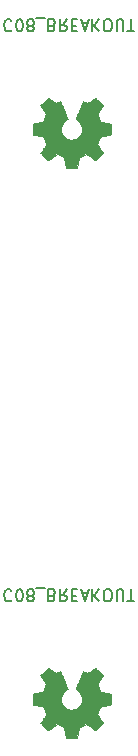
<source format=gbr>
G04 #@! TF.GenerationSoftware,KiCad,Pcbnew,5.1.5-52549c5~86~ubuntu18.04.1*
G04 #@! TF.CreationDate,2020-09-23T16:13:49-05:00*
G04 #@! TF.ProjectId,,58585858-5858-4585-9858-585858585858,rev?*
G04 #@! TF.SameCoordinates,Original*
G04 #@! TF.FileFunction,Legend,Bot*
G04 #@! TF.FilePolarity,Positive*
%FSLAX46Y46*%
G04 Gerber Fmt 4.6, Leading zero omitted, Abs format (unit mm)*
G04 Created by KiCad (PCBNEW 5.1.5-52549c5~86~ubuntu18.04.1) date 2020-09-23 16:13:49*
%MOMM*%
%LPD*%
G04 APERTURE LIST*
%ADD10C,0.150000*%
%ADD11C,0.010000*%
G04 APERTURE END LIST*
D10*
X101922866Y-98423457D02*
X101875247Y-98375838D01*
X101732390Y-98328219D01*
X101637152Y-98328219D01*
X101494295Y-98375838D01*
X101399057Y-98471076D01*
X101351438Y-98566314D01*
X101303819Y-98756790D01*
X101303819Y-98899647D01*
X101351438Y-99090123D01*
X101399057Y-99185361D01*
X101494295Y-99280600D01*
X101637152Y-99328219D01*
X101732390Y-99328219D01*
X101875247Y-99280600D01*
X101922866Y-99232980D01*
X102541914Y-99328219D02*
X102637152Y-99328219D01*
X102732390Y-99280600D01*
X102780009Y-99232980D01*
X102827628Y-99137742D01*
X102875247Y-98947266D01*
X102875247Y-98709171D01*
X102827628Y-98518695D01*
X102780009Y-98423457D01*
X102732390Y-98375838D01*
X102637152Y-98328219D01*
X102541914Y-98328219D01*
X102446676Y-98375838D01*
X102399057Y-98423457D01*
X102351438Y-98518695D01*
X102303819Y-98709171D01*
X102303819Y-98947266D01*
X102351438Y-99137742D01*
X102399057Y-99232980D01*
X102446676Y-99280600D01*
X102541914Y-99328219D01*
X103446676Y-98899647D02*
X103351438Y-98947266D01*
X103303819Y-98994885D01*
X103256200Y-99090123D01*
X103256200Y-99137742D01*
X103303819Y-99232980D01*
X103351438Y-99280600D01*
X103446676Y-99328219D01*
X103637152Y-99328219D01*
X103732390Y-99280600D01*
X103780009Y-99232980D01*
X103827628Y-99137742D01*
X103827628Y-99090123D01*
X103780009Y-98994885D01*
X103732390Y-98947266D01*
X103637152Y-98899647D01*
X103446676Y-98899647D01*
X103351438Y-98852028D01*
X103303819Y-98804409D01*
X103256200Y-98709171D01*
X103256200Y-98518695D01*
X103303819Y-98423457D01*
X103351438Y-98375838D01*
X103446676Y-98328219D01*
X103637152Y-98328219D01*
X103732390Y-98375838D01*
X103780009Y-98423457D01*
X103827628Y-98518695D01*
X103827628Y-98709171D01*
X103780009Y-98804409D01*
X103732390Y-98852028D01*
X103637152Y-98899647D01*
X104018104Y-98232980D02*
X104780009Y-98232980D01*
X105351438Y-98852028D02*
X105494295Y-98804409D01*
X105541914Y-98756790D01*
X105589533Y-98661552D01*
X105589533Y-98518695D01*
X105541914Y-98423457D01*
X105494295Y-98375838D01*
X105399057Y-98328219D01*
X105018104Y-98328219D01*
X105018104Y-99328219D01*
X105351438Y-99328219D01*
X105446676Y-99280600D01*
X105494295Y-99232980D01*
X105541914Y-99137742D01*
X105541914Y-99042504D01*
X105494295Y-98947266D01*
X105446676Y-98899647D01*
X105351438Y-98852028D01*
X105018104Y-98852028D01*
X106589533Y-98328219D02*
X106256200Y-98804409D01*
X106018104Y-98328219D02*
X106018104Y-99328219D01*
X106399057Y-99328219D01*
X106494295Y-99280600D01*
X106541914Y-99232980D01*
X106589533Y-99137742D01*
X106589533Y-98994885D01*
X106541914Y-98899647D01*
X106494295Y-98852028D01*
X106399057Y-98804409D01*
X106018104Y-98804409D01*
X107018104Y-98852028D02*
X107351438Y-98852028D01*
X107494295Y-98328219D02*
X107018104Y-98328219D01*
X107018104Y-99328219D01*
X107494295Y-99328219D01*
X107875247Y-98613933D02*
X108351438Y-98613933D01*
X107780009Y-98328219D02*
X108113342Y-99328219D01*
X108446676Y-98328219D01*
X108780009Y-98328219D02*
X108780009Y-99328219D01*
X109351438Y-98328219D02*
X108922866Y-98899647D01*
X109351438Y-99328219D02*
X108780009Y-98756790D01*
X109970485Y-99328219D02*
X110160961Y-99328219D01*
X110256200Y-99280600D01*
X110351438Y-99185361D01*
X110399057Y-98994885D01*
X110399057Y-98661552D01*
X110351438Y-98471076D01*
X110256200Y-98375838D01*
X110160961Y-98328219D01*
X109970485Y-98328219D01*
X109875247Y-98375838D01*
X109780009Y-98471076D01*
X109732390Y-98661552D01*
X109732390Y-98994885D01*
X109780009Y-99185361D01*
X109875247Y-99280600D01*
X109970485Y-99328219D01*
X110827628Y-99328219D02*
X110827628Y-98518695D01*
X110875247Y-98423457D01*
X110922866Y-98375838D01*
X111018104Y-98328219D01*
X111208580Y-98328219D01*
X111303819Y-98375838D01*
X111351438Y-98423457D01*
X111399057Y-98518695D01*
X111399057Y-99328219D01*
X111732390Y-99328219D02*
X112303819Y-99328219D01*
X112018104Y-98328219D02*
X112018104Y-99328219D01*
X101922866Y-50163457D02*
X101875247Y-50115838D01*
X101732390Y-50068219D01*
X101637152Y-50068219D01*
X101494295Y-50115838D01*
X101399057Y-50211076D01*
X101351438Y-50306314D01*
X101303819Y-50496790D01*
X101303819Y-50639647D01*
X101351438Y-50830123D01*
X101399057Y-50925361D01*
X101494295Y-51020600D01*
X101637152Y-51068219D01*
X101732390Y-51068219D01*
X101875247Y-51020600D01*
X101922866Y-50972980D01*
X102541914Y-51068219D02*
X102637152Y-51068219D01*
X102732390Y-51020600D01*
X102780009Y-50972980D01*
X102827628Y-50877742D01*
X102875247Y-50687266D01*
X102875247Y-50449171D01*
X102827628Y-50258695D01*
X102780009Y-50163457D01*
X102732390Y-50115838D01*
X102637152Y-50068219D01*
X102541914Y-50068219D01*
X102446676Y-50115838D01*
X102399057Y-50163457D01*
X102351438Y-50258695D01*
X102303819Y-50449171D01*
X102303819Y-50687266D01*
X102351438Y-50877742D01*
X102399057Y-50972980D01*
X102446676Y-51020600D01*
X102541914Y-51068219D01*
X103446676Y-50639647D02*
X103351438Y-50687266D01*
X103303819Y-50734885D01*
X103256200Y-50830123D01*
X103256200Y-50877742D01*
X103303819Y-50972980D01*
X103351438Y-51020600D01*
X103446676Y-51068219D01*
X103637152Y-51068219D01*
X103732390Y-51020600D01*
X103780009Y-50972980D01*
X103827628Y-50877742D01*
X103827628Y-50830123D01*
X103780009Y-50734885D01*
X103732390Y-50687266D01*
X103637152Y-50639647D01*
X103446676Y-50639647D01*
X103351438Y-50592028D01*
X103303819Y-50544409D01*
X103256200Y-50449171D01*
X103256200Y-50258695D01*
X103303819Y-50163457D01*
X103351438Y-50115838D01*
X103446676Y-50068219D01*
X103637152Y-50068219D01*
X103732390Y-50115838D01*
X103780009Y-50163457D01*
X103827628Y-50258695D01*
X103827628Y-50449171D01*
X103780009Y-50544409D01*
X103732390Y-50592028D01*
X103637152Y-50639647D01*
X104018104Y-49972980D02*
X104780009Y-49972980D01*
X105351438Y-50592028D02*
X105494295Y-50544409D01*
X105541914Y-50496790D01*
X105589533Y-50401552D01*
X105589533Y-50258695D01*
X105541914Y-50163457D01*
X105494295Y-50115838D01*
X105399057Y-50068219D01*
X105018104Y-50068219D01*
X105018104Y-51068219D01*
X105351438Y-51068219D01*
X105446676Y-51020600D01*
X105494295Y-50972980D01*
X105541914Y-50877742D01*
X105541914Y-50782504D01*
X105494295Y-50687266D01*
X105446676Y-50639647D01*
X105351438Y-50592028D01*
X105018104Y-50592028D01*
X106589533Y-50068219D02*
X106256200Y-50544409D01*
X106018104Y-50068219D02*
X106018104Y-51068219D01*
X106399057Y-51068219D01*
X106494295Y-51020600D01*
X106541914Y-50972980D01*
X106589533Y-50877742D01*
X106589533Y-50734885D01*
X106541914Y-50639647D01*
X106494295Y-50592028D01*
X106399057Y-50544409D01*
X106018104Y-50544409D01*
X107018104Y-50592028D02*
X107351438Y-50592028D01*
X107494295Y-50068219D02*
X107018104Y-50068219D01*
X107018104Y-51068219D01*
X107494295Y-51068219D01*
X107875247Y-50353933D02*
X108351438Y-50353933D01*
X107780009Y-50068219D02*
X108113342Y-51068219D01*
X108446676Y-50068219D01*
X108780009Y-50068219D02*
X108780009Y-51068219D01*
X109351438Y-50068219D02*
X108922866Y-50639647D01*
X109351438Y-51068219D02*
X108780009Y-50496790D01*
X109970485Y-51068219D02*
X110160961Y-51068219D01*
X110256200Y-51020600D01*
X110351438Y-50925361D01*
X110399057Y-50734885D01*
X110399057Y-50401552D01*
X110351438Y-50211076D01*
X110256200Y-50115838D01*
X110160961Y-50068219D01*
X109970485Y-50068219D01*
X109875247Y-50115838D01*
X109780009Y-50211076D01*
X109732390Y-50401552D01*
X109732390Y-50734885D01*
X109780009Y-50925361D01*
X109875247Y-51020600D01*
X109970485Y-51068219D01*
X110827628Y-51068219D02*
X110827628Y-50258695D01*
X110875247Y-50163457D01*
X110922866Y-50115838D01*
X111018104Y-50068219D01*
X111208580Y-50068219D01*
X111303819Y-50115838D01*
X111351438Y-50163457D01*
X111399057Y-50258695D01*
X111399057Y-51068219D01*
X111732390Y-51068219D02*
X112303819Y-51068219D01*
X112018104Y-50068219D02*
X112018104Y-51068219D01*
D11*
G36*
X107566014Y-110455669D02*
G01*
X107649835Y-110011045D01*
X107959120Y-109883547D01*
X108268406Y-109756049D01*
X108639446Y-110008354D01*
X108743357Y-110078604D01*
X108837287Y-110141328D01*
X108916852Y-110193662D01*
X108977670Y-110232743D01*
X109015357Y-110255707D01*
X109025621Y-110260658D01*
X109044110Y-110247924D01*
X109083620Y-110212718D01*
X109139722Y-110159538D01*
X109207987Y-110092882D01*
X109283986Y-110017246D01*
X109363292Y-109937128D01*
X109441475Y-109857026D01*
X109514107Y-109781436D01*
X109576759Y-109714855D01*
X109625003Y-109661782D01*
X109654410Y-109626713D01*
X109661441Y-109614977D01*
X109651323Y-109593340D01*
X109622959Y-109545938D01*
X109579329Y-109477407D01*
X109523418Y-109392385D01*
X109458206Y-109295507D01*
X109420419Y-109240250D01*
X109351543Y-109139352D01*
X109290340Y-109048301D01*
X109239778Y-108971630D01*
X109202828Y-108913872D01*
X109182458Y-108879557D01*
X109179397Y-108872346D01*
X109186336Y-108851852D01*
X109205251Y-108804087D01*
X109233287Y-108735768D01*
X109267591Y-108653611D01*
X109305309Y-108564330D01*
X109343587Y-108474642D01*
X109379570Y-108391262D01*
X109410406Y-108320906D01*
X109433239Y-108270290D01*
X109445217Y-108246129D01*
X109445924Y-108245178D01*
X109464731Y-108240564D01*
X109514818Y-108230272D01*
X109590993Y-108215313D01*
X109688065Y-108196699D01*
X109800843Y-108175441D01*
X109866642Y-108163182D01*
X109987150Y-108140238D01*
X110095997Y-108118405D01*
X110187676Y-108098878D01*
X110256681Y-108082852D01*
X110297504Y-108071521D01*
X110305711Y-108067926D01*
X110313748Y-108043594D01*
X110320233Y-107988641D01*
X110325170Y-107909492D01*
X110328564Y-107812574D01*
X110330418Y-107704313D01*
X110330738Y-107591135D01*
X110329527Y-107479465D01*
X110326790Y-107375732D01*
X110322531Y-107286359D01*
X110316755Y-107217774D01*
X110309467Y-107176403D01*
X110305095Y-107167790D01*
X110278964Y-107157467D01*
X110223593Y-107142708D01*
X110146307Y-107125248D01*
X110054430Y-107106820D01*
X110022358Y-107100859D01*
X109867724Y-107072534D01*
X109745575Y-107049724D01*
X109651873Y-107031520D01*
X109582584Y-107017017D01*
X109533671Y-107005308D01*
X109501097Y-106995485D01*
X109480828Y-106986644D01*
X109468826Y-106977876D01*
X109467147Y-106976143D01*
X109450384Y-106948229D01*
X109424814Y-106893905D01*
X109392988Y-106819823D01*
X109357460Y-106732635D01*
X109320783Y-106638992D01*
X109285511Y-106545548D01*
X109254196Y-106458953D01*
X109229393Y-106385860D01*
X109213654Y-106332922D01*
X109209532Y-106306789D01*
X109209876Y-106305874D01*
X109223841Y-106284514D01*
X109255522Y-106237516D01*
X109301591Y-106169773D01*
X109358718Y-106086177D01*
X109423573Y-105991618D01*
X109442043Y-105964746D01*
X109507899Y-105867325D01*
X109565850Y-105778437D01*
X109612738Y-105703188D01*
X109645407Y-105646680D01*
X109660700Y-105614019D01*
X109661441Y-105610007D01*
X109648592Y-105588916D01*
X109613088Y-105547136D01*
X109559493Y-105489155D01*
X109492371Y-105419465D01*
X109416287Y-105342555D01*
X109335804Y-105262917D01*
X109255487Y-105185039D01*
X109179899Y-105113414D01*
X109113605Y-105052530D01*
X109061169Y-105006879D01*
X109027155Y-104980950D01*
X109017745Y-104976717D01*
X108995843Y-104986688D01*
X108951000Y-105013580D01*
X108890521Y-105052864D01*
X108843989Y-105084483D01*
X108759675Y-105142502D01*
X108659826Y-105210816D01*
X108559673Y-105279021D01*
X108505827Y-105315525D01*
X108323571Y-105438800D01*
X108170581Y-105356080D01*
X108100882Y-105319841D01*
X108041614Y-105291674D01*
X108001511Y-105275609D01*
X107991303Y-105273374D01*
X107979029Y-105289878D01*
X107954813Y-105336518D01*
X107920463Y-105408991D01*
X107877788Y-105502994D01*
X107828594Y-105614226D01*
X107774690Y-105738385D01*
X107717884Y-105871168D01*
X107659982Y-106008273D01*
X107602793Y-106145398D01*
X107548124Y-106278242D01*
X107497784Y-106402502D01*
X107453580Y-106513875D01*
X107417319Y-106608061D01*
X107390809Y-106680756D01*
X107375858Y-106727659D01*
X107373454Y-106743767D01*
X107392511Y-106764314D01*
X107434236Y-106797667D01*
X107489906Y-106836898D01*
X107494578Y-106840001D01*
X107638464Y-106955177D01*
X107754483Y-107089547D01*
X107841630Y-107238816D01*
X107898899Y-107398687D01*
X107925286Y-107564863D01*
X107919785Y-107733048D01*
X107881390Y-107898945D01*
X107809095Y-108058258D01*
X107787826Y-108093113D01*
X107677196Y-108233863D01*
X107546502Y-108346886D01*
X107400264Y-108431597D01*
X107243008Y-108487406D01*
X107079257Y-108513726D01*
X106913533Y-108509970D01*
X106750362Y-108475550D01*
X106594265Y-108409877D01*
X106449767Y-108312365D01*
X106405069Y-108272787D01*
X106291312Y-108148897D01*
X106208418Y-108018476D01*
X106151556Y-107872285D01*
X106119887Y-107727512D01*
X106112069Y-107564740D01*
X106138138Y-107401160D01*
X106195445Y-107242302D01*
X106281344Y-107093694D01*
X106393186Y-106960865D01*
X106528323Y-106849344D01*
X106546083Y-106837589D01*
X106602350Y-106799092D01*
X106645123Y-106765737D01*
X106665572Y-106744440D01*
X106665869Y-106743767D01*
X106661479Y-106720729D01*
X106644076Y-106668443D01*
X106615468Y-106591210D01*
X106577465Y-106493332D01*
X106531874Y-106379109D01*
X106480503Y-106252842D01*
X106425162Y-106118833D01*
X106367658Y-105981382D01*
X106309801Y-105844792D01*
X106253398Y-105713363D01*
X106200258Y-105591395D01*
X106152190Y-105483191D01*
X106111001Y-105393051D01*
X106078501Y-105325277D01*
X106056497Y-105284170D01*
X106047636Y-105273374D01*
X106020560Y-105281781D01*
X105969897Y-105304328D01*
X105904383Y-105336987D01*
X105868359Y-105356080D01*
X105715368Y-105438800D01*
X105533112Y-105315525D01*
X105440075Y-105252372D01*
X105338215Y-105182873D01*
X105242762Y-105117435D01*
X105194950Y-105084483D01*
X105127705Y-105039327D01*
X105070764Y-105003543D01*
X105031554Y-104981662D01*
X105018819Y-104977037D01*
X105000283Y-104989515D01*
X104959259Y-105024348D01*
X104899725Y-105077922D01*
X104825658Y-105146617D01*
X104741035Y-105226819D01*
X104687515Y-105278314D01*
X104593881Y-105370314D01*
X104512959Y-105452601D01*
X104448023Y-105521655D01*
X104402342Y-105573956D01*
X104379189Y-105605984D01*
X104376968Y-105612484D01*
X104387276Y-105637206D01*
X104415761Y-105687195D01*
X104459263Y-105757388D01*
X104514623Y-105842725D01*
X104578680Y-105938144D01*
X104596897Y-105964746D01*
X104663273Y-106061433D01*
X104722822Y-106148483D01*
X104772216Y-106221005D01*
X104808125Y-106274107D01*
X104827219Y-106302897D01*
X104829064Y-106305874D01*
X104826305Y-106328818D01*
X104811662Y-106379264D01*
X104787687Y-106450559D01*
X104756934Y-106536053D01*
X104721956Y-106629093D01*
X104685307Y-106723026D01*
X104649539Y-106811201D01*
X104617206Y-106886966D01*
X104590862Y-106943669D01*
X104573058Y-106974657D01*
X104571793Y-106976143D01*
X104560906Y-106984999D01*
X104542518Y-106993757D01*
X104512594Y-107003323D01*
X104467097Y-107014604D01*
X104401991Y-107028507D01*
X104313239Y-107045937D01*
X104196807Y-107067802D01*
X104048658Y-107095009D01*
X104016582Y-107100859D01*
X103921514Y-107119226D01*
X103838635Y-107137195D01*
X103775270Y-107153031D01*
X103738742Y-107165000D01*
X103733844Y-107167790D01*
X103725773Y-107192528D01*
X103719213Y-107247810D01*
X103714167Y-107327211D01*
X103710641Y-107424304D01*
X103708639Y-107532662D01*
X103708164Y-107645860D01*
X103709223Y-107757472D01*
X103711818Y-107861071D01*
X103715954Y-107950232D01*
X103721637Y-108018528D01*
X103728869Y-108059534D01*
X103733229Y-108067926D01*
X103757502Y-108076392D01*
X103812774Y-108090165D01*
X103893538Y-108108050D01*
X103994288Y-108128852D01*
X104109517Y-108151377D01*
X104172298Y-108163182D01*
X104291413Y-108185449D01*
X104397635Y-108205621D01*
X104485773Y-108222685D01*
X104550634Y-108235631D01*
X104587026Y-108243445D01*
X104593016Y-108245178D01*
X104603139Y-108264710D01*
X104624538Y-108311757D01*
X104654361Y-108379597D01*
X104689755Y-108461509D01*
X104727868Y-108550772D01*
X104765847Y-108640665D01*
X104800840Y-108724465D01*
X104829994Y-108795453D01*
X104850457Y-108846906D01*
X104859377Y-108872103D01*
X104859543Y-108873204D01*
X104849431Y-108893081D01*
X104821083Y-108938823D01*
X104777477Y-109005883D01*
X104721594Y-109089716D01*
X104656413Y-109185774D01*
X104618521Y-109240950D01*
X104549475Y-109342119D01*
X104488150Y-109433970D01*
X104437537Y-109511856D01*
X104400629Y-109571131D01*
X104380418Y-109607149D01*
X104377499Y-109615223D01*
X104390047Y-109634016D01*
X104424737Y-109674143D01*
X104477137Y-109731107D01*
X104542816Y-109800415D01*
X104617344Y-109877569D01*
X104696287Y-109958075D01*
X104775217Y-110037437D01*
X104849700Y-110111160D01*
X104915306Y-110174748D01*
X104967604Y-110223706D01*
X105002161Y-110253539D01*
X105013722Y-110260658D01*
X105032546Y-110250647D01*
X105077569Y-110222522D01*
X105144413Y-110179146D01*
X105228701Y-110123382D01*
X105326056Y-110058094D01*
X105399493Y-110008354D01*
X105770533Y-109756049D01*
X106389105Y-110011045D01*
X106472925Y-110455669D01*
X106556746Y-110900293D01*
X107482194Y-110900293D01*
X107566014Y-110455669D01*
G37*
X107566014Y-110455669D02*
X107649835Y-110011045D01*
X107959120Y-109883547D01*
X108268406Y-109756049D01*
X108639446Y-110008354D01*
X108743357Y-110078604D01*
X108837287Y-110141328D01*
X108916852Y-110193662D01*
X108977670Y-110232743D01*
X109015357Y-110255707D01*
X109025621Y-110260658D01*
X109044110Y-110247924D01*
X109083620Y-110212718D01*
X109139722Y-110159538D01*
X109207987Y-110092882D01*
X109283986Y-110017246D01*
X109363292Y-109937128D01*
X109441475Y-109857026D01*
X109514107Y-109781436D01*
X109576759Y-109714855D01*
X109625003Y-109661782D01*
X109654410Y-109626713D01*
X109661441Y-109614977D01*
X109651323Y-109593340D01*
X109622959Y-109545938D01*
X109579329Y-109477407D01*
X109523418Y-109392385D01*
X109458206Y-109295507D01*
X109420419Y-109240250D01*
X109351543Y-109139352D01*
X109290340Y-109048301D01*
X109239778Y-108971630D01*
X109202828Y-108913872D01*
X109182458Y-108879557D01*
X109179397Y-108872346D01*
X109186336Y-108851852D01*
X109205251Y-108804087D01*
X109233287Y-108735768D01*
X109267591Y-108653611D01*
X109305309Y-108564330D01*
X109343587Y-108474642D01*
X109379570Y-108391262D01*
X109410406Y-108320906D01*
X109433239Y-108270290D01*
X109445217Y-108246129D01*
X109445924Y-108245178D01*
X109464731Y-108240564D01*
X109514818Y-108230272D01*
X109590993Y-108215313D01*
X109688065Y-108196699D01*
X109800843Y-108175441D01*
X109866642Y-108163182D01*
X109987150Y-108140238D01*
X110095997Y-108118405D01*
X110187676Y-108098878D01*
X110256681Y-108082852D01*
X110297504Y-108071521D01*
X110305711Y-108067926D01*
X110313748Y-108043594D01*
X110320233Y-107988641D01*
X110325170Y-107909492D01*
X110328564Y-107812574D01*
X110330418Y-107704313D01*
X110330738Y-107591135D01*
X110329527Y-107479465D01*
X110326790Y-107375732D01*
X110322531Y-107286359D01*
X110316755Y-107217774D01*
X110309467Y-107176403D01*
X110305095Y-107167790D01*
X110278964Y-107157467D01*
X110223593Y-107142708D01*
X110146307Y-107125248D01*
X110054430Y-107106820D01*
X110022358Y-107100859D01*
X109867724Y-107072534D01*
X109745575Y-107049724D01*
X109651873Y-107031520D01*
X109582584Y-107017017D01*
X109533671Y-107005308D01*
X109501097Y-106995485D01*
X109480828Y-106986644D01*
X109468826Y-106977876D01*
X109467147Y-106976143D01*
X109450384Y-106948229D01*
X109424814Y-106893905D01*
X109392988Y-106819823D01*
X109357460Y-106732635D01*
X109320783Y-106638992D01*
X109285511Y-106545548D01*
X109254196Y-106458953D01*
X109229393Y-106385860D01*
X109213654Y-106332922D01*
X109209532Y-106306789D01*
X109209876Y-106305874D01*
X109223841Y-106284514D01*
X109255522Y-106237516D01*
X109301591Y-106169773D01*
X109358718Y-106086177D01*
X109423573Y-105991618D01*
X109442043Y-105964746D01*
X109507899Y-105867325D01*
X109565850Y-105778437D01*
X109612738Y-105703188D01*
X109645407Y-105646680D01*
X109660700Y-105614019D01*
X109661441Y-105610007D01*
X109648592Y-105588916D01*
X109613088Y-105547136D01*
X109559493Y-105489155D01*
X109492371Y-105419465D01*
X109416287Y-105342555D01*
X109335804Y-105262917D01*
X109255487Y-105185039D01*
X109179899Y-105113414D01*
X109113605Y-105052530D01*
X109061169Y-105006879D01*
X109027155Y-104980950D01*
X109017745Y-104976717D01*
X108995843Y-104986688D01*
X108951000Y-105013580D01*
X108890521Y-105052864D01*
X108843989Y-105084483D01*
X108759675Y-105142502D01*
X108659826Y-105210816D01*
X108559673Y-105279021D01*
X108505827Y-105315525D01*
X108323571Y-105438800D01*
X108170581Y-105356080D01*
X108100882Y-105319841D01*
X108041614Y-105291674D01*
X108001511Y-105275609D01*
X107991303Y-105273374D01*
X107979029Y-105289878D01*
X107954813Y-105336518D01*
X107920463Y-105408991D01*
X107877788Y-105502994D01*
X107828594Y-105614226D01*
X107774690Y-105738385D01*
X107717884Y-105871168D01*
X107659982Y-106008273D01*
X107602793Y-106145398D01*
X107548124Y-106278242D01*
X107497784Y-106402502D01*
X107453580Y-106513875D01*
X107417319Y-106608061D01*
X107390809Y-106680756D01*
X107375858Y-106727659D01*
X107373454Y-106743767D01*
X107392511Y-106764314D01*
X107434236Y-106797667D01*
X107489906Y-106836898D01*
X107494578Y-106840001D01*
X107638464Y-106955177D01*
X107754483Y-107089547D01*
X107841630Y-107238816D01*
X107898899Y-107398687D01*
X107925286Y-107564863D01*
X107919785Y-107733048D01*
X107881390Y-107898945D01*
X107809095Y-108058258D01*
X107787826Y-108093113D01*
X107677196Y-108233863D01*
X107546502Y-108346886D01*
X107400264Y-108431597D01*
X107243008Y-108487406D01*
X107079257Y-108513726D01*
X106913533Y-108509970D01*
X106750362Y-108475550D01*
X106594265Y-108409877D01*
X106449767Y-108312365D01*
X106405069Y-108272787D01*
X106291312Y-108148897D01*
X106208418Y-108018476D01*
X106151556Y-107872285D01*
X106119887Y-107727512D01*
X106112069Y-107564740D01*
X106138138Y-107401160D01*
X106195445Y-107242302D01*
X106281344Y-107093694D01*
X106393186Y-106960865D01*
X106528323Y-106849344D01*
X106546083Y-106837589D01*
X106602350Y-106799092D01*
X106645123Y-106765737D01*
X106665572Y-106744440D01*
X106665869Y-106743767D01*
X106661479Y-106720729D01*
X106644076Y-106668443D01*
X106615468Y-106591210D01*
X106577465Y-106493332D01*
X106531874Y-106379109D01*
X106480503Y-106252842D01*
X106425162Y-106118833D01*
X106367658Y-105981382D01*
X106309801Y-105844792D01*
X106253398Y-105713363D01*
X106200258Y-105591395D01*
X106152190Y-105483191D01*
X106111001Y-105393051D01*
X106078501Y-105325277D01*
X106056497Y-105284170D01*
X106047636Y-105273374D01*
X106020560Y-105281781D01*
X105969897Y-105304328D01*
X105904383Y-105336987D01*
X105868359Y-105356080D01*
X105715368Y-105438800D01*
X105533112Y-105315525D01*
X105440075Y-105252372D01*
X105338215Y-105182873D01*
X105242762Y-105117435D01*
X105194950Y-105084483D01*
X105127705Y-105039327D01*
X105070764Y-105003543D01*
X105031554Y-104981662D01*
X105018819Y-104977037D01*
X105000283Y-104989515D01*
X104959259Y-105024348D01*
X104899725Y-105077922D01*
X104825658Y-105146617D01*
X104741035Y-105226819D01*
X104687515Y-105278314D01*
X104593881Y-105370314D01*
X104512959Y-105452601D01*
X104448023Y-105521655D01*
X104402342Y-105573956D01*
X104379189Y-105605984D01*
X104376968Y-105612484D01*
X104387276Y-105637206D01*
X104415761Y-105687195D01*
X104459263Y-105757388D01*
X104514623Y-105842725D01*
X104578680Y-105938144D01*
X104596897Y-105964746D01*
X104663273Y-106061433D01*
X104722822Y-106148483D01*
X104772216Y-106221005D01*
X104808125Y-106274107D01*
X104827219Y-106302897D01*
X104829064Y-106305874D01*
X104826305Y-106328818D01*
X104811662Y-106379264D01*
X104787687Y-106450559D01*
X104756934Y-106536053D01*
X104721956Y-106629093D01*
X104685307Y-106723026D01*
X104649539Y-106811201D01*
X104617206Y-106886966D01*
X104590862Y-106943669D01*
X104573058Y-106974657D01*
X104571793Y-106976143D01*
X104560906Y-106984999D01*
X104542518Y-106993757D01*
X104512594Y-107003323D01*
X104467097Y-107014604D01*
X104401991Y-107028507D01*
X104313239Y-107045937D01*
X104196807Y-107067802D01*
X104048658Y-107095009D01*
X104016582Y-107100859D01*
X103921514Y-107119226D01*
X103838635Y-107137195D01*
X103775270Y-107153031D01*
X103738742Y-107165000D01*
X103733844Y-107167790D01*
X103725773Y-107192528D01*
X103719213Y-107247810D01*
X103714167Y-107327211D01*
X103710641Y-107424304D01*
X103708639Y-107532662D01*
X103708164Y-107645860D01*
X103709223Y-107757472D01*
X103711818Y-107861071D01*
X103715954Y-107950232D01*
X103721637Y-108018528D01*
X103728869Y-108059534D01*
X103733229Y-108067926D01*
X103757502Y-108076392D01*
X103812774Y-108090165D01*
X103893538Y-108108050D01*
X103994288Y-108128852D01*
X104109517Y-108151377D01*
X104172298Y-108163182D01*
X104291413Y-108185449D01*
X104397635Y-108205621D01*
X104485773Y-108222685D01*
X104550634Y-108235631D01*
X104587026Y-108243445D01*
X104593016Y-108245178D01*
X104603139Y-108264710D01*
X104624538Y-108311757D01*
X104654361Y-108379597D01*
X104689755Y-108461509D01*
X104727868Y-108550772D01*
X104765847Y-108640665D01*
X104800840Y-108724465D01*
X104829994Y-108795453D01*
X104850457Y-108846906D01*
X104859377Y-108872103D01*
X104859543Y-108873204D01*
X104849431Y-108893081D01*
X104821083Y-108938823D01*
X104777477Y-109005883D01*
X104721594Y-109089716D01*
X104656413Y-109185774D01*
X104618521Y-109240950D01*
X104549475Y-109342119D01*
X104488150Y-109433970D01*
X104437537Y-109511856D01*
X104400629Y-109571131D01*
X104380418Y-109607149D01*
X104377499Y-109615223D01*
X104390047Y-109634016D01*
X104424737Y-109674143D01*
X104477137Y-109731107D01*
X104542816Y-109800415D01*
X104617344Y-109877569D01*
X104696287Y-109958075D01*
X104775217Y-110037437D01*
X104849700Y-110111160D01*
X104915306Y-110174748D01*
X104967604Y-110223706D01*
X105002161Y-110253539D01*
X105013722Y-110260658D01*
X105032546Y-110250647D01*
X105077569Y-110222522D01*
X105144413Y-110179146D01*
X105228701Y-110123382D01*
X105326056Y-110058094D01*
X105399493Y-110008354D01*
X105770533Y-109756049D01*
X106389105Y-110011045D01*
X106472925Y-110455669D01*
X106556746Y-110900293D01*
X107482194Y-110900293D01*
X107566014Y-110455669D01*
G36*
X107566014Y-62195669D02*
G01*
X107649835Y-61751045D01*
X107959120Y-61623547D01*
X108268406Y-61496049D01*
X108639446Y-61748354D01*
X108743357Y-61818604D01*
X108837287Y-61881328D01*
X108916852Y-61933662D01*
X108977670Y-61972743D01*
X109015357Y-61995707D01*
X109025621Y-62000658D01*
X109044110Y-61987924D01*
X109083620Y-61952718D01*
X109139722Y-61899538D01*
X109207987Y-61832882D01*
X109283986Y-61757246D01*
X109363292Y-61677128D01*
X109441475Y-61597026D01*
X109514107Y-61521436D01*
X109576759Y-61454855D01*
X109625003Y-61401782D01*
X109654410Y-61366713D01*
X109661441Y-61354977D01*
X109651323Y-61333340D01*
X109622959Y-61285938D01*
X109579329Y-61217407D01*
X109523418Y-61132385D01*
X109458206Y-61035507D01*
X109420419Y-60980250D01*
X109351543Y-60879352D01*
X109290340Y-60788301D01*
X109239778Y-60711630D01*
X109202828Y-60653872D01*
X109182458Y-60619557D01*
X109179397Y-60612346D01*
X109186336Y-60591852D01*
X109205251Y-60544087D01*
X109233287Y-60475768D01*
X109267591Y-60393611D01*
X109305309Y-60304330D01*
X109343587Y-60214642D01*
X109379570Y-60131262D01*
X109410406Y-60060906D01*
X109433239Y-60010290D01*
X109445217Y-59986129D01*
X109445924Y-59985178D01*
X109464731Y-59980564D01*
X109514818Y-59970272D01*
X109590993Y-59955313D01*
X109688065Y-59936699D01*
X109800843Y-59915441D01*
X109866642Y-59903182D01*
X109987150Y-59880238D01*
X110095997Y-59858405D01*
X110187676Y-59838878D01*
X110256681Y-59822852D01*
X110297504Y-59811521D01*
X110305711Y-59807926D01*
X110313748Y-59783594D01*
X110320233Y-59728641D01*
X110325170Y-59649492D01*
X110328564Y-59552574D01*
X110330418Y-59444313D01*
X110330738Y-59331135D01*
X110329527Y-59219465D01*
X110326790Y-59115732D01*
X110322531Y-59026359D01*
X110316755Y-58957774D01*
X110309467Y-58916403D01*
X110305095Y-58907790D01*
X110278964Y-58897467D01*
X110223593Y-58882708D01*
X110146307Y-58865248D01*
X110054430Y-58846820D01*
X110022358Y-58840859D01*
X109867724Y-58812534D01*
X109745575Y-58789724D01*
X109651873Y-58771520D01*
X109582584Y-58757017D01*
X109533671Y-58745308D01*
X109501097Y-58735485D01*
X109480828Y-58726644D01*
X109468826Y-58717876D01*
X109467147Y-58716143D01*
X109450384Y-58688229D01*
X109424814Y-58633905D01*
X109392988Y-58559823D01*
X109357460Y-58472635D01*
X109320783Y-58378992D01*
X109285511Y-58285548D01*
X109254196Y-58198953D01*
X109229393Y-58125860D01*
X109213654Y-58072922D01*
X109209532Y-58046789D01*
X109209876Y-58045874D01*
X109223841Y-58024514D01*
X109255522Y-57977516D01*
X109301591Y-57909773D01*
X109358718Y-57826177D01*
X109423573Y-57731618D01*
X109442043Y-57704746D01*
X109507899Y-57607325D01*
X109565850Y-57518437D01*
X109612738Y-57443188D01*
X109645407Y-57386680D01*
X109660700Y-57354019D01*
X109661441Y-57350007D01*
X109648592Y-57328916D01*
X109613088Y-57287136D01*
X109559493Y-57229155D01*
X109492371Y-57159465D01*
X109416287Y-57082555D01*
X109335804Y-57002917D01*
X109255487Y-56925039D01*
X109179899Y-56853414D01*
X109113605Y-56792530D01*
X109061169Y-56746879D01*
X109027155Y-56720950D01*
X109017745Y-56716717D01*
X108995843Y-56726688D01*
X108951000Y-56753580D01*
X108890521Y-56792864D01*
X108843989Y-56824483D01*
X108759675Y-56882502D01*
X108659826Y-56950816D01*
X108559673Y-57019021D01*
X108505827Y-57055525D01*
X108323571Y-57178800D01*
X108170581Y-57096080D01*
X108100882Y-57059841D01*
X108041614Y-57031674D01*
X108001511Y-57015609D01*
X107991303Y-57013374D01*
X107979029Y-57029878D01*
X107954813Y-57076518D01*
X107920463Y-57148991D01*
X107877788Y-57242994D01*
X107828594Y-57354226D01*
X107774690Y-57478385D01*
X107717884Y-57611168D01*
X107659982Y-57748273D01*
X107602793Y-57885398D01*
X107548124Y-58018242D01*
X107497784Y-58142502D01*
X107453580Y-58253875D01*
X107417319Y-58348061D01*
X107390809Y-58420756D01*
X107375858Y-58467659D01*
X107373454Y-58483767D01*
X107392511Y-58504314D01*
X107434236Y-58537667D01*
X107489906Y-58576898D01*
X107494578Y-58580001D01*
X107638464Y-58695177D01*
X107754483Y-58829547D01*
X107841630Y-58978816D01*
X107898899Y-59138687D01*
X107925286Y-59304863D01*
X107919785Y-59473048D01*
X107881390Y-59638945D01*
X107809095Y-59798258D01*
X107787826Y-59833113D01*
X107677196Y-59973863D01*
X107546502Y-60086886D01*
X107400264Y-60171597D01*
X107243008Y-60227406D01*
X107079257Y-60253726D01*
X106913533Y-60249970D01*
X106750362Y-60215550D01*
X106594265Y-60149877D01*
X106449767Y-60052365D01*
X106405069Y-60012787D01*
X106291312Y-59888897D01*
X106208418Y-59758476D01*
X106151556Y-59612285D01*
X106119887Y-59467512D01*
X106112069Y-59304740D01*
X106138138Y-59141160D01*
X106195445Y-58982302D01*
X106281344Y-58833694D01*
X106393186Y-58700865D01*
X106528323Y-58589344D01*
X106546083Y-58577589D01*
X106602350Y-58539092D01*
X106645123Y-58505737D01*
X106665572Y-58484440D01*
X106665869Y-58483767D01*
X106661479Y-58460729D01*
X106644076Y-58408443D01*
X106615468Y-58331210D01*
X106577465Y-58233332D01*
X106531874Y-58119109D01*
X106480503Y-57992842D01*
X106425162Y-57858833D01*
X106367658Y-57721382D01*
X106309801Y-57584792D01*
X106253398Y-57453363D01*
X106200258Y-57331395D01*
X106152190Y-57223191D01*
X106111001Y-57133051D01*
X106078501Y-57065277D01*
X106056497Y-57024170D01*
X106047636Y-57013374D01*
X106020560Y-57021781D01*
X105969897Y-57044328D01*
X105904383Y-57076987D01*
X105868359Y-57096080D01*
X105715368Y-57178800D01*
X105533112Y-57055525D01*
X105440075Y-56992372D01*
X105338215Y-56922873D01*
X105242762Y-56857435D01*
X105194950Y-56824483D01*
X105127705Y-56779327D01*
X105070764Y-56743543D01*
X105031554Y-56721662D01*
X105018819Y-56717037D01*
X105000283Y-56729515D01*
X104959259Y-56764348D01*
X104899725Y-56817922D01*
X104825658Y-56886617D01*
X104741035Y-56966819D01*
X104687515Y-57018314D01*
X104593881Y-57110314D01*
X104512959Y-57192601D01*
X104448023Y-57261655D01*
X104402342Y-57313956D01*
X104379189Y-57345984D01*
X104376968Y-57352484D01*
X104387276Y-57377206D01*
X104415761Y-57427195D01*
X104459263Y-57497388D01*
X104514623Y-57582725D01*
X104578680Y-57678144D01*
X104596897Y-57704746D01*
X104663273Y-57801433D01*
X104722822Y-57888483D01*
X104772216Y-57961005D01*
X104808125Y-58014107D01*
X104827219Y-58042897D01*
X104829064Y-58045874D01*
X104826305Y-58068818D01*
X104811662Y-58119264D01*
X104787687Y-58190559D01*
X104756934Y-58276053D01*
X104721956Y-58369093D01*
X104685307Y-58463026D01*
X104649539Y-58551201D01*
X104617206Y-58626966D01*
X104590862Y-58683669D01*
X104573058Y-58714657D01*
X104571793Y-58716143D01*
X104560906Y-58724999D01*
X104542518Y-58733757D01*
X104512594Y-58743323D01*
X104467097Y-58754604D01*
X104401991Y-58768507D01*
X104313239Y-58785937D01*
X104196807Y-58807802D01*
X104048658Y-58835009D01*
X104016582Y-58840859D01*
X103921514Y-58859226D01*
X103838635Y-58877195D01*
X103775270Y-58893031D01*
X103738742Y-58905000D01*
X103733844Y-58907790D01*
X103725773Y-58932528D01*
X103719213Y-58987810D01*
X103714167Y-59067211D01*
X103710641Y-59164304D01*
X103708639Y-59272662D01*
X103708164Y-59385860D01*
X103709223Y-59497472D01*
X103711818Y-59601071D01*
X103715954Y-59690232D01*
X103721637Y-59758528D01*
X103728869Y-59799534D01*
X103733229Y-59807926D01*
X103757502Y-59816392D01*
X103812774Y-59830165D01*
X103893538Y-59848050D01*
X103994288Y-59868852D01*
X104109517Y-59891377D01*
X104172298Y-59903182D01*
X104291413Y-59925449D01*
X104397635Y-59945621D01*
X104485773Y-59962685D01*
X104550634Y-59975631D01*
X104587026Y-59983445D01*
X104593016Y-59985178D01*
X104603139Y-60004710D01*
X104624538Y-60051757D01*
X104654361Y-60119597D01*
X104689755Y-60201509D01*
X104727868Y-60290772D01*
X104765847Y-60380665D01*
X104800840Y-60464465D01*
X104829994Y-60535453D01*
X104850457Y-60586906D01*
X104859377Y-60612103D01*
X104859543Y-60613204D01*
X104849431Y-60633081D01*
X104821083Y-60678823D01*
X104777477Y-60745883D01*
X104721594Y-60829716D01*
X104656413Y-60925774D01*
X104618521Y-60980950D01*
X104549475Y-61082119D01*
X104488150Y-61173970D01*
X104437537Y-61251856D01*
X104400629Y-61311131D01*
X104380418Y-61347149D01*
X104377499Y-61355223D01*
X104390047Y-61374016D01*
X104424737Y-61414143D01*
X104477137Y-61471107D01*
X104542816Y-61540415D01*
X104617344Y-61617569D01*
X104696287Y-61698075D01*
X104775217Y-61777437D01*
X104849700Y-61851160D01*
X104915306Y-61914748D01*
X104967604Y-61963706D01*
X105002161Y-61993539D01*
X105013722Y-62000658D01*
X105032546Y-61990647D01*
X105077569Y-61962522D01*
X105144413Y-61919146D01*
X105228701Y-61863382D01*
X105326056Y-61798094D01*
X105399493Y-61748354D01*
X105770533Y-61496049D01*
X106389105Y-61751045D01*
X106472925Y-62195669D01*
X106556746Y-62640293D01*
X107482194Y-62640293D01*
X107566014Y-62195669D01*
G37*
X107566014Y-62195669D02*
X107649835Y-61751045D01*
X107959120Y-61623547D01*
X108268406Y-61496049D01*
X108639446Y-61748354D01*
X108743357Y-61818604D01*
X108837287Y-61881328D01*
X108916852Y-61933662D01*
X108977670Y-61972743D01*
X109015357Y-61995707D01*
X109025621Y-62000658D01*
X109044110Y-61987924D01*
X109083620Y-61952718D01*
X109139722Y-61899538D01*
X109207987Y-61832882D01*
X109283986Y-61757246D01*
X109363292Y-61677128D01*
X109441475Y-61597026D01*
X109514107Y-61521436D01*
X109576759Y-61454855D01*
X109625003Y-61401782D01*
X109654410Y-61366713D01*
X109661441Y-61354977D01*
X109651323Y-61333340D01*
X109622959Y-61285938D01*
X109579329Y-61217407D01*
X109523418Y-61132385D01*
X109458206Y-61035507D01*
X109420419Y-60980250D01*
X109351543Y-60879352D01*
X109290340Y-60788301D01*
X109239778Y-60711630D01*
X109202828Y-60653872D01*
X109182458Y-60619557D01*
X109179397Y-60612346D01*
X109186336Y-60591852D01*
X109205251Y-60544087D01*
X109233287Y-60475768D01*
X109267591Y-60393611D01*
X109305309Y-60304330D01*
X109343587Y-60214642D01*
X109379570Y-60131262D01*
X109410406Y-60060906D01*
X109433239Y-60010290D01*
X109445217Y-59986129D01*
X109445924Y-59985178D01*
X109464731Y-59980564D01*
X109514818Y-59970272D01*
X109590993Y-59955313D01*
X109688065Y-59936699D01*
X109800843Y-59915441D01*
X109866642Y-59903182D01*
X109987150Y-59880238D01*
X110095997Y-59858405D01*
X110187676Y-59838878D01*
X110256681Y-59822852D01*
X110297504Y-59811521D01*
X110305711Y-59807926D01*
X110313748Y-59783594D01*
X110320233Y-59728641D01*
X110325170Y-59649492D01*
X110328564Y-59552574D01*
X110330418Y-59444313D01*
X110330738Y-59331135D01*
X110329527Y-59219465D01*
X110326790Y-59115732D01*
X110322531Y-59026359D01*
X110316755Y-58957774D01*
X110309467Y-58916403D01*
X110305095Y-58907790D01*
X110278964Y-58897467D01*
X110223593Y-58882708D01*
X110146307Y-58865248D01*
X110054430Y-58846820D01*
X110022358Y-58840859D01*
X109867724Y-58812534D01*
X109745575Y-58789724D01*
X109651873Y-58771520D01*
X109582584Y-58757017D01*
X109533671Y-58745308D01*
X109501097Y-58735485D01*
X109480828Y-58726644D01*
X109468826Y-58717876D01*
X109467147Y-58716143D01*
X109450384Y-58688229D01*
X109424814Y-58633905D01*
X109392988Y-58559823D01*
X109357460Y-58472635D01*
X109320783Y-58378992D01*
X109285511Y-58285548D01*
X109254196Y-58198953D01*
X109229393Y-58125860D01*
X109213654Y-58072922D01*
X109209532Y-58046789D01*
X109209876Y-58045874D01*
X109223841Y-58024514D01*
X109255522Y-57977516D01*
X109301591Y-57909773D01*
X109358718Y-57826177D01*
X109423573Y-57731618D01*
X109442043Y-57704746D01*
X109507899Y-57607325D01*
X109565850Y-57518437D01*
X109612738Y-57443188D01*
X109645407Y-57386680D01*
X109660700Y-57354019D01*
X109661441Y-57350007D01*
X109648592Y-57328916D01*
X109613088Y-57287136D01*
X109559493Y-57229155D01*
X109492371Y-57159465D01*
X109416287Y-57082555D01*
X109335804Y-57002917D01*
X109255487Y-56925039D01*
X109179899Y-56853414D01*
X109113605Y-56792530D01*
X109061169Y-56746879D01*
X109027155Y-56720950D01*
X109017745Y-56716717D01*
X108995843Y-56726688D01*
X108951000Y-56753580D01*
X108890521Y-56792864D01*
X108843989Y-56824483D01*
X108759675Y-56882502D01*
X108659826Y-56950816D01*
X108559673Y-57019021D01*
X108505827Y-57055525D01*
X108323571Y-57178800D01*
X108170581Y-57096080D01*
X108100882Y-57059841D01*
X108041614Y-57031674D01*
X108001511Y-57015609D01*
X107991303Y-57013374D01*
X107979029Y-57029878D01*
X107954813Y-57076518D01*
X107920463Y-57148991D01*
X107877788Y-57242994D01*
X107828594Y-57354226D01*
X107774690Y-57478385D01*
X107717884Y-57611168D01*
X107659982Y-57748273D01*
X107602793Y-57885398D01*
X107548124Y-58018242D01*
X107497784Y-58142502D01*
X107453580Y-58253875D01*
X107417319Y-58348061D01*
X107390809Y-58420756D01*
X107375858Y-58467659D01*
X107373454Y-58483767D01*
X107392511Y-58504314D01*
X107434236Y-58537667D01*
X107489906Y-58576898D01*
X107494578Y-58580001D01*
X107638464Y-58695177D01*
X107754483Y-58829547D01*
X107841630Y-58978816D01*
X107898899Y-59138687D01*
X107925286Y-59304863D01*
X107919785Y-59473048D01*
X107881390Y-59638945D01*
X107809095Y-59798258D01*
X107787826Y-59833113D01*
X107677196Y-59973863D01*
X107546502Y-60086886D01*
X107400264Y-60171597D01*
X107243008Y-60227406D01*
X107079257Y-60253726D01*
X106913533Y-60249970D01*
X106750362Y-60215550D01*
X106594265Y-60149877D01*
X106449767Y-60052365D01*
X106405069Y-60012787D01*
X106291312Y-59888897D01*
X106208418Y-59758476D01*
X106151556Y-59612285D01*
X106119887Y-59467512D01*
X106112069Y-59304740D01*
X106138138Y-59141160D01*
X106195445Y-58982302D01*
X106281344Y-58833694D01*
X106393186Y-58700865D01*
X106528323Y-58589344D01*
X106546083Y-58577589D01*
X106602350Y-58539092D01*
X106645123Y-58505737D01*
X106665572Y-58484440D01*
X106665869Y-58483767D01*
X106661479Y-58460729D01*
X106644076Y-58408443D01*
X106615468Y-58331210D01*
X106577465Y-58233332D01*
X106531874Y-58119109D01*
X106480503Y-57992842D01*
X106425162Y-57858833D01*
X106367658Y-57721382D01*
X106309801Y-57584792D01*
X106253398Y-57453363D01*
X106200258Y-57331395D01*
X106152190Y-57223191D01*
X106111001Y-57133051D01*
X106078501Y-57065277D01*
X106056497Y-57024170D01*
X106047636Y-57013374D01*
X106020560Y-57021781D01*
X105969897Y-57044328D01*
X105904383Y-57076987D01*
X105868359Y-57096080D01*
X105715368Y-57178800D01*
X105533112Y-57055525D01*
X105440075Y-56992372D01*
X105338215Y-56922873D01*
X105242762Y-56857435D01*
X105194950Y-56824483D01*
X105127705Y-56779327D01*
X105070764Y-56743543D01*
X105031554Y-56721662D01*
X105018819Y-56717037D01*
X105000283Y-56729515D01*
X104959259Y-56764348D01*
X104899725Y-56817922D01*
X104825658Y-56886617D01*
X104741035Y-56966819D01*
X104687515Y-57018314D01*
X104593881Y-57110314D01*
X104512959Y-57192601D01*
X104448023Y-57261655D01*
X104402342Y-57313956D01*
X104379189Y-57345984D01*
X104376968Y-57352484D01*
X104387276Y-57377206D01*
X104415761Y-57427195D01*
X104459263Y-57497388D01*
X104514623Y-57582725D01*
X104578680Y-57678144D01*
X104596897Y-57704746D01*
X104663273Y-57801433D01*
X104722822Y-57888483D01*
X104772216Y-57961005D01*
X104808125Y-58014107D01*
X104827219Y-58042897D01*
X104829064Y-58045874D01*
X104826305Y-58068818D01*
X104811662Y-58119264D01*
X104787687Y-58190559D01*
X104756934Y-58276053D01*
X104721956Y-58369093D01*
X104685307Y-58463026D01*
X104649539Y-58551201D01*
X104617206Y-58626966D01*
X104590862Y-58683669D01*
X104573058Y-58714657D01*
X104571793Y-58716143D01*
X104560906Y-58724999D01*
X104542518Y-58733757D01*
X104512594Y-58743323D01*
X104467097Y-58754604D01*
X104401991Y-58768507D01*
X104313239Y-58785937D01*
X104196807Y-58807802D01*
X104048658Y-58835009D01*
X104016582Y-58840859D01*
X103921514Y-58859226D01*
X103838635Y-58877195D01*
X103775270Y-58893031D01*
X103738742Y-58905000D01*
X103733844Y-58907790D01*
X103725773Y-58932528D01*
X103719213Y-58987810D01*
X103714167Y-59067211D01*
X103710641Y-59164304D01*
X103708639Y-59272662D01*
X103708164Y-59385860D01*
X103709223Y-59497472D01*
X103711818Y-59601071D01*
X103715954Y-59690232D01*
X103721637Y-59758528D01*
X103728869Y-59799534D01*
X103733229Y-59807926D01*
X103757502Y-59816392D01*
X103812774Y-59830165D01*
X103893538Y-59848050D01*
X103994288Y-59868852D01*
X104109517Y-59891377D01*
X104172298Y-59903182D01*
X104291413Y-59925449D01*
X104397635Y-59945621D01*
X104485773Y-59962685D01*
X104550634Y-59975631D01*
X104587026Y-59983445D01*
X104593016Y-59985178D01*
X104603139Y-60004710D01*
X104624538Y-60051757D01*
X104654361Y-60119597D01*
X104689755Y-60201509D01*
X104727868Y-60290772D01*
X104765847Y-60380665D01*
X104800840Y-60464465D01*
X104829994Y-60535453D01*
X104850457Y-60586906D01*
X104859377Y-60612103D01*
X104859543Y-60613204D01*
X104849431Y-60633081D01*
X104821083Y-60678823D01*
X104777477Y-60745883D01*
X104721594Y-60829716D01*
X104656413Y-60925774D01*
X104618521Y-60980950D01*
X104549475Y-61082119D01*
X104488150Y-61173970D01*
X104437537Y-61251856D01*
X104400629Y-61311131D01*
X104380418Y-61347149D01*
X104377499Y-61355223D01*
X104390047Y-61374016D01*
X104424737Y-61414143D01*
X104477137Y-61471107D01*
X104542816Y-61540415D01*
X104617344Y-61617569D01*
X104696287Y-61698075D01*
X104775217Y-61777437D01*
X104849700Y-61851160D01*
X104915306Y-61914748D01*
X104967604Y-61963706D01*
X105002161Y-61993539D01*
X105013722Y-62000658D01*
X105032546Y-61990647D01*
X105077569Y-61962522D01*
X105144413Y-61919146D01*
X105228701Y-61863382D01*
X105326056Y-61798094D01*
X105399493Y-61748354D01*
X105770533Y-61496049D01*
X106389105Y-61751045D01*
X106472925Y-62195669D01*
X106556746Y-62640293D01*
X107482194Y-62640293D01*
X107566014Y-62195669D01*
M02*

</source>
